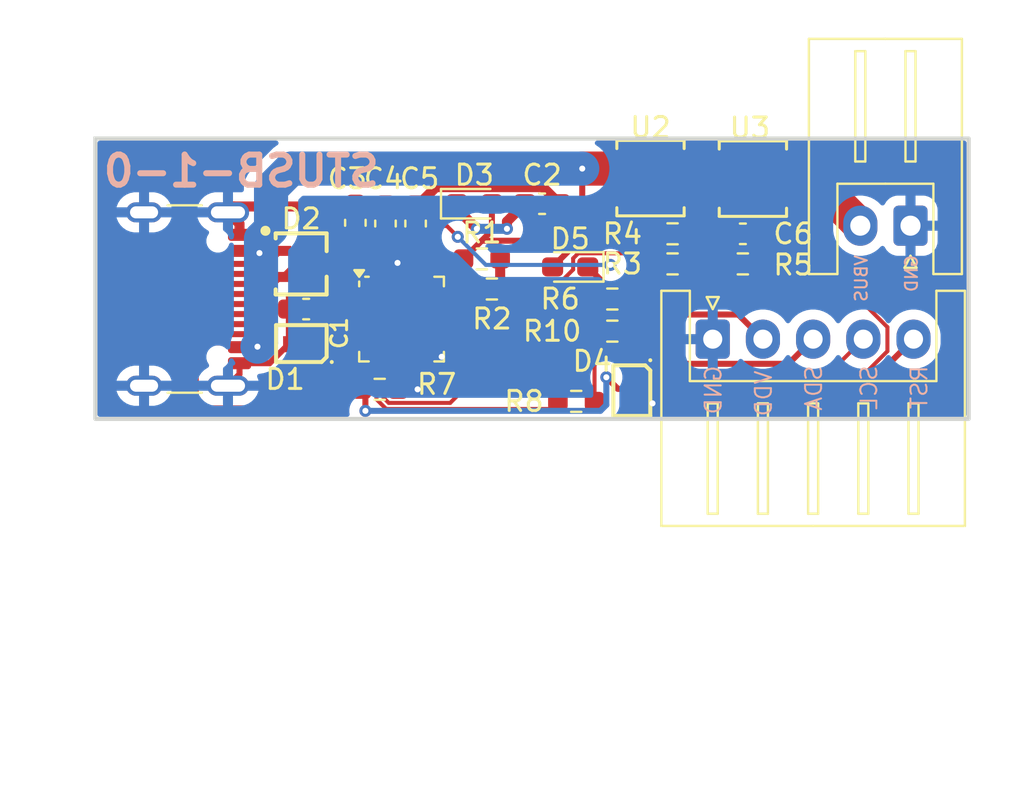
<source format=kicad_pcb>
(kicad_pcb
	(version 20241229)
	(generator "pcbnew")
	(generator_version "9.0")
	(general
		(thickness 1.6)
		(legacy_teardrops no)
	)
	(paper "A4")
	(layers
		(0 "F.Cu" signal)
		(2 "B.Cu" signal)
		(9 "F.Adhes" user "F.Adhesive")
		(11 "B.Adhes" user "B.Adhesive")
		(13 "F.Paste" user)
		(15 "B.Paste" user)
		(5 "F.SilkS" user "F.Silkscreen")
		(7 "B.SilkS" user "B.Silkscreen")
		(1 "F.Mask" user)
		(3 "B.Mask" user)
		(17 "Dwgs.User" user "User.Drawings")
		(19 "Cmts.User" user "User.Comments")
		(21 "Eco1.User" user "User.Eco1")
		(23 "Eco2.User" user "User.Eco2")
		(25 "Edge.Cuts" user)
		(27 "Margin" user)
		(31 "F.CrtYd" user "F.Courtyard")
		(29 "B.CrtYd" user "B.Courtyard")
		(35 "F.Fab" user)
		(33 "B.Fab" user)
		(39 "User.1" user)
		(41 "User.2" user)
		(43 "User.3" user)
		(45 "User.4" user)
	)
	(setup
		(stackup
			(layer "F.SilkS"
				(type "Top Silk Screen")
			)
			(layer "F.Paste"
				(type "Top Solder Paste")
			)
			(layer "F.Mask"
				(type "Top Solder Mask")
				(thickness 0.01)
			)
			(layer "F.Cu"
				(type "copper")
				(thickness 0.035)
			)
			(layer "dielectric 1"
				(type "core")
				(thickness 1.51)
				(material "FR4")
				(epsilon_r 4.5)
				(loss_tangent 0.02)
			)
			(layer "B.Cu"
				(type "copper")
				(thickness 0.035)
			)
			(layer "B.Mask"
				(type "Bottom Solder Mask")
				(thickness 0.01)
			)
			(layer "B.Paste"
				(type "Bottom Solder Paste")
			)
			(layer "B.SilkS"
				(type "Bottom Silk Screen")
			)
			(copper_finish "None")
			(dielectric_constraints no)
		)
		(pad_to_mask_clearance 0)
		(allow_soldermask_bridges_in_footprints no)
		(tenting front back)
		(pcbplotparams
			(layerselection 0x00000000_00000000_55555555_5755f5ff)
			(plot_on_all_layers_selection 0x00000000_00000000_00000000_00000000)
			(disableapertmacros no)
			(usegerberextensions no)
			(usegerberattributes yes)
			(usegerberadvancedattributes yes)
			(creategerberjobfile yes)
			(dashed_line_dash_ratio 12.000000)
			(dashed_line_gap_ratio 3.000000)
			(svgprecision 4)
			(plotframeref no)
			(mode 1)
			(useauxorigin no)
			(hpglpennumber 1)
			(hpglpenspeed 20)
			(hpglpendiameter 15.000000)
			(pdf_front_fp_property_popups yes)
			(pdf_back_fp_property_popups yes)
			(pdf_metadata yes)
			(pdf_single_document no)
			(dxfpolygonmode yes)
			(dxfimperialunits yes)
			(dxfusepcbnewfont yes)
			(psnegative no)
			(psa4output no)
			(plot_black_and_white yes)
			(sketchpadsonfab no)
			(plotpadnumbers no)
			(hidednponfab no)
			(sketchdnponfab yes)
			(crossoutdnponfab yes)
			(subtractmaskfromsilk no)
			(outputformat 1)
			(mirror no)
			(drillshape 0)
			(scaleselection 1)
			(outputdirectory "")
		)
	)
	(net 0 "")
	(net 1 "GND")
	(net 2 "Net-(D3-K)")
	(net 3 "Net-(U1-VREG_2V7)")
	(net 4 "Net-(U1-VREG_1V2)")
	(net 5 "Net-(D4-K)")
	(net 6 "Net-(C6-Pad1)")
	(net 7 "Net-(R1-Pad2)")
	(net 8 "Net-(U2-G)")
	(net 9 "unconnected-(U1-POWER_OK3-Pad14)")
	(net 10 "unconnected-(U1-GPIO-Pad15)")
	(net 11 "unconnected-(U1-A_B_SIDE-Pad17)")
	(net 12 "unconnected-(U1-POWER_OK2-Pad20)")
	(net 13 "unconnected-(U1-NC-Pad3)")
	(net 14 "unconnected-(U1-ATTACH-Pad11)")
	(net 15 "/VBUS_EN_SNK")
	(net 16 "/DISCH")
	(net 17 "/VDD")
	(net 18 "/VBUS_VS_DISCH")
	(net 19 "/RESET")
	(net 20 "/CC2")
	(net 21 "/CC1")
	(net 22 "/SCL")
	(net 23 "/SDA")
	(net 24 "Net-(U2-S)")
	(net 25 "Net-(U1-SCL)")
	(net 26 "Net-(U1-SDA)")
	(net 27 "/Vbus")
	(net 28 "unconnected-(U1-ALERT-Pad19)")
	(footprint "Diode_SMD:D_0603_1608Metric_Pad1.05x0.95mm_HandSolder" (layer "F.Cu") (at 338.4 118.4 180))
	(footprint "ST_1610:ST_1610" (layer "F.Cu") (at 341.5 124.575 -90))
	(footprint "Capacitor_SMD:C_0603_1608Metric_Pad1.08x0.95mm_HandSolder" (layer "F.Cu") (at 325.25 120.5 180))
	(footprint "Capacitor_SMD:C_0603_1608Metric_Pad1.08x0.95mm_HandSolder" (layer "F.Cu") (at 327.7 116.2 90))
	(footprint "STL6P3LLH6:POWERFLAT_3P3X3P3_STM2" (layer "F.Cu") (at 342.3998 113.974999 180))
	(footprint "Resistor_SMD:R_0603_1608Metric_Pad0.98x0.95mm_HandSolder" (layer "F.Cu") (at 347 118.25 180))
	(footprint "Resistor_SMD:R_0603_1608Metric_Pad0.98x0.95mm_HandSolder" (layer "F.Cu") (at 343.5 116.75))
	(footprint "Capacitor_SMD:C_0603_1608Metric_Pad1.08x0.95mm_HandSolder" (layer "F.Cu") (at 347 116.75))
	(footprint "Capacitor_SMD:C_0603_1608Metric_Pad1.08x0.95mm_HandSolder" (layer "F.Cu") (at 337 115.25))
	(footprint "Package_DFN_QFN:QFN-24-1EP_4x4mm_P0.5mm_EP2.7x2.7mm" (layer "F.Cu") (at 330 121))
	(footprint "Resistor_SMD:R_0603_1608Metric_Pad0.98x0.95mm_HandSolder" (layer "F.Cu") (at 328.9125 124.5 180))
	(footprint "STL6P3LLH6:POWERFLAT_3P3X3P3_STM2" (layer "F.Cu") (at 347.5 114))
	(footprint "Resistor_SMD:R_0603_1608Metric_Pad0.98x0.95mm_HandSolder" (layer "F.Cu") (at 338.7 125.1 180))
	(footprint "Resistor_SMD:R_0603_1608Metric_Pad0.98x0.95mm_HandSolder" (layer "F.Cu") (at 343.5 118.25 180))
	(footprint "Resistor_SMD:R_0603_1608Metric_Pad0.98x0.95mm_HandSolder" (layer "F.Cu") (at 334.5 119.5 180))
	(footprint "ST_1610:ST_1610" (layer "F.Cu") (at 325 122.25 180))
	(footprint "Connector_USB:USB_C_Receptacle_GCT_USB4105-xx-A_16P_TopMnt_Horizontal" (layer "F.Cu") (at 318.25 120 -90))
	(footprint "Resistor_SMD:R_0603_1608Metric_Pad0.98x0.95mm_HandSolder" (layer "F.Cu") (at 340.5 121.6))
	(footprint "Connector_JST:JST_XH_S5B-XH-A_1x05_P2.50mm_Horizontal" (layer "F.Cu") (at 345.5 122))
	(footprint "Resistor_SMD:R_0603_1608Metric_Pad0.98x0.95mm_HandSolder" (layer "F.Cu") (at 334 118))
	(footprint "ST_SOT323-3L:ST_SOT323-3L" (layer "F.Cu") (at 325 118.25))
	(footprint "Resistor_SMD:R_0603_1608Metric_Pad0.98x0.95mm_HandSolder" (layer "F.Cu") (at 340.5 120))
	(footprint "Connector_JST:JST_XH_S2B-XH-A_1x02_P2.50mm_Horizontal" (layer "F.Cu") (at 355.35 116.345 180))
	(footprint "Diode_SMD:D_0603_1608Metric_Pad1.05x0.95mm_HandSolder" (layer "F.Cu") (at 333.625 115.25))
	(footprint "Capacitor_SMD:C_0603_1608Metric_Pad1.08x0.95mm_HandSolder" (layer "F.Cu") (at 330.7 116.2375 90))
	(footprint "Capacitor_SMD:C_0603_1608Metric_Pad1.08x0.95mm_HandSolder" (layer "F.Cu") (at 329.2 116.2375 90))
	(gr_poly
		(pts
			(xy 346.4 112.8) (xy 346.4 114.6) (xy 344.9 114.6) (xy 344.9 115.3) (xy 343.6 115.3) (xy 343.6 113.4)
			(xy 345.3 113.4) (xy 345.3 112.8)
		)
		(stroke
			(width 0.1)
			(type solid)
		)
		(fill yes)
		(layer "F.Cu")
		(net 24)
		(uuid "c5e0c21d-2bef-4306-8dba-847c4292c7fb")
	)
	(gr_rect
		(start 314.75 112)
		(end 358.25 125.975)
		(stroke
			(width 0.2)
			(type solid)
		)
		(fill no)
		(layer "Edge.Cuts")
		(uuid "1c010d65-2050-40aa-a654-7f75ef16f24c")
	)
	(gr_text "RST"
		(at 356.25 123.25 90)
		(layer "B.SilkS")
		(uuid "11e1dbb8-200d-42c0-b107-f7bed7a4cdca")
		(effects
			(font
				(size 0.8 0.8)
				(thickness 0.1)
			)
			(justify left bottom mirror)
		)
	)
	(gr_text "STUSB-1-0"
		(at 315 114.5 0)
		(layer "B.SilkS")
		(uuid "27bf8cd9-d647-4fdc-9def-f4a22d5938b4")
		(effects
			(font
				(size 1.5 1.5)
				(thickness 0.3)
				(bold yes)
			)
			(justify right bottom mirror)
		)
	)
	(gr_text "VBUS"
		(at 353.25 117.75 90)
		(layer "B.SilkS")
		(uuid "3a58b480-563a-4d8f-96eb-0c23bc9df565")
		(effects
			(font
				(size 0.6 0.6)
				(thickness 0.1)
			)
			(justify left bottom mirror)
		)
	)
	(gr_text "VDD"
		(at 348.5 123.5 90)
		(layer "B.SilkS")
		(uuid "5539a945-653d-4968-851a-ac84e0f4e94a")
		(effects
			(font
				(size 0.8 0.8)
				(thickness 0.1)
			)
			(justify left bottom mirror)
		)
	)
	(gr_text "GND"
		(at 346 123.25 90)
		(layer "B.SilkS")
		(uuid "7cae0427-9b0f-4e9a-8a7f-9827c85d6c78")
		(effects
			(font
				(size 0.8 0.8)
				(thickness 0.1)
			)
			(justify left bottom mirror)
		)
	)
	(gr_text "GND"
		(at 355.75 117.75 90)
		(layer "B.SilkS")
		(uuid "90113893-5373-4ab4-bae5-3efeeea359ad")
		(effects
			(font
				(size 0.6 0.6)
				(thickness 0.1)
			)
			(justify left bottom mirror)
		)
	)
	(gr_text "SDA"
		(at 351 123.25 90)
		(layer "B.SilkS")
		(uuid "9d8a53ba-b131-408f-b796-a3e3986d4714")
		(effects
			(font
				(size 0.8 0.8)
				(thickness 0.1)
			)
			(justify left bottom mirror)
		)
	)
	(gr_text "SCL"
		(at 353.75 123.25 90)
		(layer "B.SilkS")
		(uuid "cf8bc555-002f-4c5c-92ae-d3abb62f0eb7")
		(effects
			(font
				(size 0.8 0.8)
				(thickness 0.1)
			)
			(justify left bottom mirror)
		)
	)
	(segment
		(start 321.6475 115.3875)
		(end 321.355 115.68)
		(width 0.5)
		(layer "F.Cu")
		(net 1)
		(uuid "17c345d4-9ae7-489f-ab01-cdda46514efd")
	)
	(segment
		(start 329.25 115.3875)
		(end 327.75 115.3875)
		(width 0.5)
		(layer "F.Cu")
		(net 1)
		(uuid "26532cd5-31ac-4c12-a553-600014e0a29f")
	)
	(segment
		(start 330 121)
		(end 330.124 121)
		(width 0.5)
		(layer "F.Cu")
		(net 1)
		(uuid "3eaed2e6-df4a-4db9-9f9c-fca92a8f6f22")
	)
	(segment
		(start 331.437 122.7755)
		(end 331.25 122.9625)
		(width 0.2)
		(layer "F.Cu")
		(net 1)
		(uuid "4d4465c7-5619-4d7a-838a-6c0cf3d359cd")
	)
	(segment
		(start 323.425 123.2)
		(end 324.375 122.25)
		(width 0.3)
		(layer "F.Cu")
		(net 1)
		(uuid "4ebaa94a-16a3-4e90-a5ff-69de8b28b0aa")
	)
	(segment
		(start 331.437 122.313)
		(end 331.437 122.7755)
		(width 0.2)
		(layer "F.Cu")
		(net 1)
		(uuid "4f3f5382-5fef-4a7e-ba03-7efce8a1a14f")
	)
	(segment
		(start 329.75 118.25)
		(end 329.8 118.2)
		(width 0.3)
		(layer "F.Cu")
		(net 1)
		(uuid "55e60e21-e20b-473b-b05f-c996b8388e43")
	)
	(segment
		(start 331.437 122.313)
		(end 332 122.876)
		(width 0.5)
		(layer "F.Cu")
		(net 1)
		(uuid "57ee44a5-d209-4f10-bdb2-426dad41ce94")
	)
	(segment
		(start 329.75 119.0375)
		(end 329.75 118.25)
		(width 0.3)
		(layer "F.Cu")
		(net 1)
		(uuid "5b05d245-f039-447f-8111-83f8eb99a9ef")
	)
	(segment
		(start 331.437 122.313)
		(end 331.5 122.25)
		(width 0.2)
		(layer "F.Cu")
		(net 1)
		(uuid "5e8b66ca-b9b5-4575-b049-c722e35ca139")
	)
	(segment
		(start 321.93 123.2)
		(end 323.425 123.2)
		(width 0.3)
		(layer "F.Cu")
		(net 1)
		(uuid "666e3fa5-89e1-46b4-914e-a21ab1b536ac")
	)
	(segment
		(start 330.25 122.9625)
		(end 330.25 121.25)
		(width 0.2)
		(layer "F.Cu")
		(net 1)
		(uuid "6af00304-7f35-442a-81bb-a853055fb002")
	)
	(segment
		(start 330.75 115.3875)
		(end 329.25 115.3875)
		(width 0.5)
		(layer "F.Cu")
		(net 1)
		(uuid "73b53879-79c8-48f1-906c-60ae212403f1")
	)
	(segment
		(start 330.75 115.3875)
		(end 331.7151 114.4224)
		(width 0.5)
		(layer "F.Cu")
		(net 1)
		(uuid "84797304-645c-41c5-86d4-d291a7101aa9")
	)
	(segment
		(start 331.7151 114.4224)
		(end 337.0349 114.4224)
		(width 0.5)
		(layer "F.Cu")
		(net 1)
		(uuid "878f4c49-884c-4c33-a4cd-d1294044c92f")
	)
	(segment
		(start 324.3875 122.2375)
		(end 324.375 122.25)
		(width 0.3)
		(layer "F.Cu")
		(net 1)
		(uuid "897bff53-22f8-4206-9289-ba61051ffaa7")
	)
	(segment
		(start 330.124 121)
		(end 331.437 122.313)
		(width 0.5)
		(layer "F.Cu")
		(net 1)
		(uuid "8ce0aa1d-83f3-4258-b25c-29beb385ef25")
	)
	(segment
		(start 324.3875 120.5)
		(end 324.3875 119.8375)
		(width 0.3)
		(layer "F.Cu")
		(net 1)
		(uuid "9d59e917-637f-477d-bbdd-98b0dd29e268")
	)
	(segment
		(start 324.3875 119.8375)
		(end 325.975 118.25)
		(width 0.3)
		(layer "F.Cu")
		(net 1)
		(uuid "aadc1ba1-06e9-447b-8444-705338945883")
	)
	(segment
		(start 337.0349 114.4224)
		(end 337.8625 115.25)
		(width 0.5)
		(layer "F.Cu")
		(net 1)
		(uuid "aba8d7fe-9406-4971-abb0-a76686fbe770")
	)
	(segment
		(start 321.93 123.745)
		(end 321.355 124.32)
		(width 0.3)
		(layer "F.Cu")
		(net 1)
		(uuid "b6814411-b7b3-4121-9a51-9fe333afcee3")
	)
	(segment
		(start 321.93 116.255)
		(end 321.355 115.68)
		(width 0.5)
		(layer "F.Cu")
		(net 1)
		(uuid "b71d4eba-b679-4c6d-bca4-2763a009ede8")
	)
	(segment
		(start 327.75 115.3875)
		(end 321.6475 115.3875)
		(width 0.5)
		(layer "F.Cu")
		(net 1)
		(uuid "bf88b57c-9465-42c2-b62c-b899178f5bf0")
	)
	(segment
		(start 321.93 116.8)
		(end 321.93 116.255)
		(width 0.5)
		(layer "F.Cu")
		(net 1)
		(uuid "c0b49c24-08ca-49f1-a745-e16391ea24b7")
	)
	(segment
		(start 341.5 125.2)
		(end 342.5 125.2)
		(width 0.2)
		(layer "F.Cu")
		(net 1)
		(uuid "c6ff694f-af63-4861-b9a6-f979120e4409")
	)
	(segment
		(start 330.25 121.25)
		(end 330 121)
		(width 0.2)
		(layer "F.Cu")
		(net 1)
		(uuid "d4a42de2-49a7-45c2-8694-624eaa22aa85")
	)
	(segment
		(start 329.8 124.5)
		(end 330.8 124.5)
		(width 0.2)
		(layer "F.Cu")
		(net 1)
		(uuid "df5d2a48-ac6c-49bd-9eaa-914dfb687ac7")
	)
	(segment
		(start 324.3875 120.5)
		(end 324.3875 122.2375)
		(width 0.3)
		(layer "F.Cu")
		(net 1)
		(uuid "f4d725ef-a1f1-4774-b08e-ec26a12b4091")
	)
	(segment
		(start 331.5 122.25)
		(end 331.9625 122.25)
		(width 0.2)
		(layer "F.Cu")
		(net 1)
		(uuid "f75863e4-f7e2-4ed3-b592-1cd161552f50")
	)
	(segment
		(start 321.93 123.2)
		(end 321.93 123.745)
		(width 0.3)
		(layer "F.Cu")
		(net 1)
		(uuid "ffeeb4e7-1a3b-4f3a-af50-468f79f7669e")
	)
	(via
		(at 329.8 118.2)
		(size 0.6)
		(drill 0.3)
		(layers "F.Cu" "B.Cu")
		(net 1)
		(uuid "241d6c3d-1ae3-4f11-89be-09af035c364e")
	)
	(via
		(at 332 122.876)
		(size 1)
		(drill 0.3)
		(layers "F.Cu" "B.Cu")
		(net 1)
		(uuid "9b318cce-1069-4fbc-b3f1-d51401ca2327")
	)
	(via
		(at 342.5 125.2)
		(size 0.6)
		(drill 0.3)
		(layers "F.Cu" "B.Cu")
		(net 1)
		(uuid "b2cb8db3-219f-44e0-b3fb-7af781ff8050")
	)
	(via
		(at 330.8 124.5)
		(size 0.6)
		(drill 0.3)
		(layers "F.Cu" "B.Cu")
		(net 1)
		(uuid "e4cdfc5b-cb05-4094-8cc8-fcbca30ba556")
	)
	(segment
		(start 332.75 115.25)
		(end 332.75 115.5)
		(width 0.5)
		(layer "F.Cu")
		(net 2)
		(uuid "29cf214f-7149-443d-a4a8-7247775dc85f")
	)
	(segment
		(start 335.25 116.5)
		(end 335.25 116.1375)
		(width 0.5)
		(layer "F.Cu")
		(net 2)
		(uuid "71d0f508-43f9-4eb2-b178-d0d2048fc365")
	)
	(segment
		(start 332.75 115.5)
		(end 333.75 116.5)
		(width 0.5)
		(layer "F.Cu")
		(net 2)
		(uuid "9e78d2ae-a079-4fd2-81e5-a0566f0597a4")
	)
	(segment
		(start 335.25 116.1375)
		(end 336.1375 115.25)
		(width 0.5)
		(layer "F.Cu")
		(net 2)
		(uuid "b2d959d6-e82b-4f42-894e-e71cb66a7b77")
	)
	(via
		(at 333.75 116.5)
		(size 0.6)
		(drill 0.3)
		(layers "F.Cu" "B.Cu")
		(net 2)
		(uuid "3ba7c258-04ba-4994-957a-b2193f7805b9")
	)
	(via
		(at 335.25 116.5)
		(size 0.6)
		(drill 0.3)
		(layers "F.Cu" "B.Cu")
		(net 2)
		(uuid "8116a4c7-05ee-47f7-850c-a21a43c1a238")
	)
	(segment
		(start 333.75 116.5)
		(end 335.25 116.5)
		(width 0.5)
		(layer "B.Cu")
		(net 2)
		(uuid "74cba033-6383-4df4-8305-ca91ec7285b9")
	)
	(segment
		(start 329.25 118.74836)
		(end 329.25 119.0375)
		(width 0.2)
		(layer "F.Cu")
		(net 3)
		(uuid "09a4910d-771d-4110-926d-bbaed9f09213")
	)
	(segment
		(start 328.75 117.6125)
		(end 328.75 118.24836)
		(width 0.2)
		(layer "F.Cu")
		(net 3)
		(uuid "1b47e1dc-bb0f-424f-836c-5f863dd61a82")
	)
	(segment
		(start 329.25 117.1125)
		(end 328.75 117.6125)
		(width 0.2)
		(layer "F.Cu")
		(net 3)
		(uuid "a46a4af0-0637-4075-947c-99623ce8705f")
	)
	(segment
		(start 328.75 118.24836)
		(end 329.25 118.74836)
		(width 0.2)
		(layer "F.Cu")
		(net 3)
		(uuid "e839eb97-560e-4d74-a19d-e659de7ceb76")
	)
	(segment
		(start 330.5 118.49836)
		(end 330.5 117.3625)
		(width 0.2)
		(layer "F.Cu")
		(net 4)
		(uuid "625fa969-fdf5-450c-a69c-a7e5b6a72bab")
	)
	(segment
		(start 330.25 119.0375)
		(end 330.25 118.74836)
		(width 0.2)
		(layer "F.Cu")
		(net 4)
		(uuid "accab8d5-8ab7-4dc2-8837-e63ba3cdcff1")
	)
	(segment
		(start 330.5 117.3625)
		(end 330.75 117.1125)
		(width 0.2)
		(layer "F.Cu")
		(net 4)
		(uuid "cd3d61ef-c56c-4972-ab96-98de5e2a7868")
	)
	(segment
		(start 330.25 118.74836)
		(end 330.5 118.49836)
		(width 0.2)
		(layer "F.Cu")
		(net 4)
		(uuid "ff661224-2af3-432a-9c4e-ce5533239098")
	)
	(segment
		(start 341.5 123.95)
		(end 352.85 123.95)
		(width 0.2)
		(layer "F.Cu")
		(net 5)
		(uuid "0154aa13-9dca-4506-a322-62e902ea3245")
	)
	(segment
		(start 354.2 121.4)
		(end 352.8 120)
		(width 0.2)
		(layer "F.Cu")
		(net 5)
		(uuid "01964ab9-53ea-42a9-b004-6a98a035183b")
	)
	(segment
		(start 347.8625 116.75)
		(end 349 117.8875)
		(width 0.2)
		(layer "F.Cu")
		(net 5)
		(uuid "2a089640-7997-4287-8466-50ba15f177d5")
	)
	(segment
		(start 354.2 122.6)
		(end 354.2 121.4)
		(width 0.2)
		(layer "F.Cu")
		(net 5)
		(uuid "2db335a4-dd1d-47c8-a4c2-f843bb6803c2")
	)
	(segment
		(start 347.8625 114.082)
		(end 347.9445 114)
		(width 0.2)
		(layer "F.Cu")
		(net 5)
		(uuid "3db653f9-20fc-4fad-b55d-ffc7fea2efdb")
	)
	(segment
		(start 349 117.8875)
		(end 349 120)
		(width 0.2)
		(layer "F.Cu")
		(net 5)
		(uuid "65aab9f6-67b7-4101-b60c-18b74e8e0dbe")
	)
	(segment
		(start 347.9445 114)
		(end 350.505 114)
		(width 1.7)
		(layer "F.Cu")
		(net 5)
		(uuid "7691acd0-49a3-4fdf-aa8b-e0f181c73b6e")
	)
	(segment
		(start 350.505 114)
		(end 352.85 116.345)
		(width 1.7)
		(layer "F.Cu")
		(net 5)
		(uuid "7b856ece-f672-4d27-9ecd-068135b21aaa")
	)
	(segment
		(start 352.85 123.95)
		(end 354.2 122.6)
		(width 0.2)
		(layer "F.Cu")
		(net 5)
		(uuid "9b7a24ae-be71-46fc-8c84-6113306c7be5")
	)
	(segment
		(start 347.8625 116.75)
		(end 347.8625 114.082)
		(width 0.2)
		(layer "F.Cu")
		(net 5)
		(uuid "bf4de6f6-df62-441d-bac8-42156e734e0a")
	)
	(segment
		(start 341.4125 120)
		(end 349 120)
		(width 0.3)
		(layer "F.Cu")
		(net 5)
		(uuid "e15e3054-7763-4482-9c22-925ad39d9f1f")
	)
	(segment
		(start 352.8 120)
		(end 349 120)
		(width 0.2)
		(layer "F.Cu")
		(net 5)
		(uuid "eb7f2f0e-7bf0-4871-9fac-a1352e2b8f8b")
	)
	(segment
		(start 347.9125 118.25)
		(end 347.6375 118.25)
		(width 0.5)
		(layer "F.Cu")
		(net 6)
		(uuid "24966df1-93a1-4267-87ee-6c78fb97d2d9")
	)
	(segment
		(start 347.6375 118.25)
		(end 346.1375 116.75)
		(width 0.5)
		(layer "F.Cu")
		(net 6)
		(uuid "7e58b4b8-36c4-43a0-9931-b49b2ddd373c")
	)
	(segment
		(start 334.9125 119)
		(end 335.4125 119.5)
		(width 0.5)
		(layer "F.Cu")
		(net 7)
		(uuid "392df3c8-6cea-4e58-9f24-c5fe298d07d0")
	)
	(segment
		(start 334.9125 118)
		(end 334.9125 119)
		(width 0.5)
		(layer "F.Cu")
		(net 7)
		(uuid "447bbe04-aebd-456a-a3fa-aba418155353")
	)
	(segment
		(start 343.2902 113.232298)
		(end 343.522498 113)
		(width 0.3)
		(layer "F.Cu")
		(net 8)
		(uuid "086238c5-f82d-4a4b-ac14-63a42ced3a7b")
	)
	(segment
		(start 343.2902 116.0473)
		(end 343.2902 113.232298)
		(width 0.3)
		(layer "F.Cu")
		(net 8)
		(uuid "20daa19d-6561-49be-b6f8-133b7ea245b7")
	)
	(segment
		(start 342.5875 116.75)
		(end 343.2902 116.0473)
		(width 0.3)
		(layer "F.Cu")
		(net 8)
		(uuid "3e4e8793-d2c3-4a1a-a8a4-c3372f0f8afa")
	)
	(segment
		(start 343.522498 113)
		(end 344 113)
		(width 0.3)
		(layer "F.Cu")
		(net 8)
		(uuid "3eef1e6a-c0e3-4122-95f4-c2bb11261fe2")
	)
	(segment
		(start 346.0875 118.25)
		(end 345.25 118.25)
		(width 0.5)
		(layer "F.Cu")
		(net 8)
		(uuid "6579777e-51f8-4ba5-9f6d-b1b00beccd65")
	)
	(segment
		(start 345.25 115.624799)
		(end 345.25 118.25)
		(width 0.3)
		(layer "F.Cu")
		(net 8)
		(uuid "8c97bb1f-a197-4f44-929c-346185ceb1b2")
	)
	(segment
		(start 344.4125 118.25)
		(end 344.0875 118.25)
		(width 0.5)
		(layer "F.Cu")
		(net 8)
		(uuid "9e3963c3-cba9-4bd7-b309-0c99973129c7")
	)
	(segment
		(start 345.25 118.25)
		(end 344.4125 118.25)
		(width 0.5)
		(layer "F.Cu")
		(net 8)
		(uuid "eea99419-83c9-4b52-8866-09052a645955")
	)
	(segment
		(start 345.8998 114.974999)
		(end 345.25 115.624799)
		(width 0.3)
		(layer "F.Cu")
		(net 8)
		(uuid "f522d672-1f60-4a5d-8727-1019ffca0fa3")
	)
	(segment
		(start 344.0875 118.25)
		(end 342.5875 116.75)
		(width 0.5)
		(layer "F.Cu")
		(net 8)
		(uuid "fffa0565-182f-4a6e-b3cf-875cba0c2d27")
	)
	(segment
		(start 332.6974 121.072401)
		(end 332.6974 122.726376)
		(width 0.2)
		(layer "F.Cu")
		(net 15)
		(uuid "06ead4ae-3938-4b2f-bbcb-a9e2b08ba958")
	)
	(segment
		(start 332.374999 120.75)
		(end 332.6974 121.072401)
		(width 0.2)
		(layer "F.Cu")
		(net 15)
		(uuid "1ac879a4-fbf8-407e-ad1c-e98ae8550049")
	)
	(segment
		(start 335.471098 120.4984)
		(end 336.580576 120.4984)
		(width 0.2)
		(layer "F.Cu")
		(net 15)
		(uuid "1c06c882-5b79-45db-b1cb-4ef240eb3e6a")
	)
	(segment
		(start 334.2208 122.583176)
		(end 334.2208 121.748698)
		(width 0.2)
		(layer "F.Cu")
		(net 15)
		(uuid "6e3cf3f2-69da-449c-a398-249e52488cf4")
	)
	(segment
		(start 338.5474 118.531576)
		(end 338.5474 117.973624)
		(width 0.2)
		(layer "F.Cu")
		(net 15)
		(uuid "7edab5f2-7323-4382-9a67-62b76d6083c9")
	)
	(segment
		(start 338.798624 117.7224)
		(end 342.0599 117.7224)
		(width 0.2)
		(layer "F.Cu")
		(net 15)
		(uuid "83c139f0-e4bd-480f-ac27-accce40f1e85")
	)
	(segment
		(start 333.826376 122.9776)
		(end 334.2208 122.583176)
		(width 0.2)
		(layer "F.Cu")
		(net 15)
		(uuid "ab6845b3-6f75-4a5f-9071-41af442452ae")
	)
	(segment
		(start 332.6974 122.726376)
		(end 332.948624 122.9776)
		(width 0.2)
		(layer "F.Cu")
		(net 15)
		(uuid "abf133c8-8a52-4716-90f2-77ec06f1ae72")
	)
	(segment
		(start 342.0599 117.7224)
		(end 342.5875 118.25)
		(width 0.2)
		(layer "F.Cu")
		(net 15)
		(uuid "bd4de027-d350-4a9d-a509-473a66e9de6c")
	)
	(segment
		(start 334.2208 121.748698)
		(end 335.471098 120.4984)
		(width 0.2)
		(layer "F.Cu")
		(net 15)
		(uuid "cae72813-bf1e-441b-9be1-26f6b05dda02")
	)
	(segment
		(start 332.948624 122.9776)
		(end 333.826376 122.9776)
		(width 0.2)
		(layer "F.Cu")
		(net 15)
		(uuid "d2ea5c57-57a6-4054-ab8b-92a17569813d")
	)
	(segment
		(start 331.9625 120.75)
		(end 332.374999 120.75)
		(width 0.2)
		(layer "F.Cu")
		(net 15)
		(uuid "d48aa717-705f-4e24-aa2c-644d0bd8ce89")
	)
	(segment
		(start 336.580576 120.4984)
		(end 338.5474 118.531576)
		(width 0.2)
		(layer "F.Cu")
		(net 15)
		(uuid "decaed79-d0e8-4e5e-873d-2f8b5dc2d9a8")
	)
	(segment
		(start 338.5474 117.973624)
		(end 338.798624 117.7224)
		(width 0.2)
		(layer "F.Cu")
		(net 15)
		(uuid "f07437ce-896e-4de7-b07a-6406f71265c8")
	)
	(segment
		(start 334.5224 121.873624)
		(end 335.596024 120.8)
		(width 0.2)
		(layer "F.Cu")
		(net 16)
		(uuid "1933e41a-f627-4e8b-9732-6d9dd14249ff")
	)
	(segment
		(start 334.5224 122.726376)
		(end 334.5224 121.873624)
		(width 0.2)
		(layer "F.Cu")
		(net 16)
		(uuid "23068d5b-8272-4e62-a084-a02f1d216be4")
	)
	(segment
		(start 338.7875 120.8)
		(end 339.5875 120)
		(width 0.2)
		(layer "F.Cu")
		(net 16)
		(uuid "3035c9cd-d092-4198-9a2e-fa33ab1022c1")
	)
	(segment
		(start 329.995076 123.5786)
		(end 333.670176 123.5786)
		(width 0.2)
		(layer "F.Cu")
		(net 16)
		(uuid "3bac4bfb-7691-433b-8d06-0c390df0daae")
	)
	(segment
		(start 335.596024 120.8)
		(end 338.7875 120.8)
		(width 0.2)
		(layer "F.Cu")
		(net 16)
		(uuid "6f721059-d9d1-454d-b0c9-a9ce7b86429f")
	)
	(segment
		(start 333.670176 123.5786)
		(end 334.5224 122.726376)
		(width 0.2)
		(layer "F.Cu")
		(net 16)
		(uuid "7adc1cbe-2d89-4929-86e4-2cf950b4a813")
	)
	(segment
		(start 329.75 122.9625)
		(end 329.75 123.333524)
		(width 0.2)
		(layer "F.Cu")
		(net 16)
		(uuid "b7ddc38e-82a6-49e0-8202-a9f0fc448fb3")
	)
	(segment
		(start 329.75 123.333524)
		(end 329.995076 123.5786)
		(width 0.2)
		(layer "F.Cu")
		(net 16)
		(uuid "f84c9c0e-b4e0-40ac-a856-d1b1a3129f58")
	)
	(segment
		(start 339.375 118.3)
		(end 339.275 118.4)
		(width 0.2)
		(layer "F.Cu")
		(net 17)
		(uuid "038510ce-ff08-4b37-a518-b3d5ddbf79c7")
	)
	(segment
		(start 346.7724 120.7724)
		(end 348 122)
		(width 0.3)
		(layer "F.Cu")
		(net 17)
		(uuid "04a5482e-3222-4aaf-a1aa-dcd5a3fb36a5")
	)
	(segment
		(start 339.275 118.4)
		(end 340.6724 119.7974)
		(width 0.3)
		(layer "F.Cu")
		(net 17)
		(uuid "24a6a97b-a73d-4742-88b6-8e461805afff")
	)
	(segment
		(start 327.7 117.0625)
		(end 328.4026 116.3599)
		(width 0.2)
		(layer "F.Cu")
		(net 17)
		(uuid "28a8fa36-7304-4593-a1de-9ae2747454a4")
	)
	(segment
		(start 340.6724 119.7974)
		(end 340.6724 120.447086)
		(width 0.3)
		(layer "F.Cu")
		(net 17)
		(uuid "2a6e6f5f-7375-4135-9c0c-fdd66a9df8e7")
	)
	(segment
		(start 332.2599 116.3599)
		(end 332.8 116.9)
		(width 0.2)
		(layer "F.Cu")
		(net 17)
		(uuid "3da51fcc-3314-458f-8020-2916a1d49d63")
	)
	(segment
		(start 328.75 119.0375)
		(end 328.5375 119.0375)
		(width 0.2)
		(layer "F.Cu")
		(net 17)
		(uuid "470a4cc8-edf7-46a5-a499-aefa5b40467f")
	)
	(segment
		(start 327.7 118.2)
		(end 327.7 117.0625)
		(width 0.2)
		(layer "F.Cu")
		(net 17)
		(uuid "8c290284-e20b-44cb-bfba-f3d878461264")
	)
	(segment
		(start 340.6724 120.447086)
		(end 340.997714 120.7724)
		(width 0.3)
		(layer "F.Cu")
		(net 17)
		(uuid "9b72d600-21ed-44ce-96e8-f045750a5c7a")
	)
	(segment
		(start 340.997714 120.7724)
		(end 346.7724 120.7724)
		(width 0.3)
		(layer "F.Cu")
		(net 17)
		(uuid "c65d65f3-690c-4a67-8d9b-3f3932a5ee8d")
	)
	(segment
		(start 340.4 118.3)
		(end 339.375 118.3)
		(width 0.2)
		(layer "F.Cu")
		(net 17)
		(uuid "e1a10202-5ba2-4d08-83f8-4490d07f39d1")
	)
	(segment
		(start 328.4026 116.3599)
		(end 332.2599 116.3599)
		(width 0.2)
		(layer "F.Cu")
		(net 17)
		(uuid "e1ec878f-5d4a-4e53-8858-0da9c5b205db")
	)
	(segment
		(start 328.5375 119.0375)
		(end 327.7 118.2)
		(width 0.2)
		(layer "F.Cu")
		(net 17)
		(uuid "ee3d5238-4e0c-4fa5-93de-0725425271b2")
	)
	(via
		(at 340.4 118.3)
		(size 0.6)
		(drill 0.3)
		(layers "F.Cu" "B.Cu")
		(net 17)
		(uuid "7edcd5e1-ad50-487a-8934-2dc588d897fb")
	)
	(via
		(at 332.8 116.9)
		(size 0.6)
		(drill 0.3)
		(layers "F.Cu" "B.Cu")
		(net 17)
		(uuid "8bb76642-98de-4027-bfcc-75066e0613b3")
	)
	(segment
		(start 334.2 118.3)
		(end 340.4 118.3)
		(width 0.2)
		(layer "B.Cu")
		(net 17)
		(uuid "40941a0b-65ba-44d2-a803-68ecff2717a7")
	)
	(segment
		(start 332.8 116.9)
		(end 334.2 118.3)
		(width 0.2)
		(layer "B.Cu")
		(net 17)
		(uuid "9f44b172-1f85-4b4e-a3d1-7c1e851db7aa")
	)
	(segment
		(start 333.3375 119.75)
		(end 333.5875 119.5)
		(width 0.3)
		(layer "F.Cu")
		(net 18)
		(uuid "68aff480-8bb2-478f-8799-2ee328278aed")
	)
	(segment
		(start 331.9625 119.75)
		(end 333.3375 119.75)
		(width 0.3)
		(layer "F.Cu")
		(net 18)
		(uuid "7a9702b8-07db-4b2d-b414-3f40c1904f98")
	)
	(segment
		(start 353.0224 124.4776)
		(end 340.7776 124.4776)
		(width 0.3)
		(layer "F.Cu")
		(net 19)
		(uuid "2b9fa0e6-a72d-4554-b50c-bf4ed800874e")
	)
	(segment
		(start 340.7776 124.4776)
		(end 340.2 123.9)
		(width 0.3)
		(layer "F.Cu")
		(net 19)
		(uuid "7685e0ed-bd0c-480c-b2f9-cb20f0eb9ba9")
	)
	(segment
		(start 328.2 124.7)
		(end 328 124.5)
		(width 0.3)
		(layer "F.Cu")
		(net 19)
		(uuid "8e8dae4b-e231-4f74-8dbd-cff62cfc6415")
	)
	(segment
		(start 328.2 125.5734)
		(end 328.2 124.7)
		(width 0.3)
		(layer "F.Cu")
		(net 19)
		(uuid "94c373d6-30d3-4aef-9420-fb321c1d2664")
	)
	(segment
		(start 353.0224 124.4776)
		(end 355.5 122)
		(width 0.3)
		(layer "F.Cu")
		(net 19)
		(uuid "d968fff0-8c1b-48f2-8ad2-1530a7fc8398")
	)
	(segment
		(start 328.0375 122.25)
		(end 328.0375 124.6375)
		(width 0.2)
		(layer "F.Cu")
		(net 19)
		(uuid "f24784b6-f097-4262-9e0a-83c77ada1b5f")
	)
	(via
		(at 340.2 123.9)
		(size 0.6)
		(drill 0.3)
		(layers "F.Cu" "B.Cu")
		(net 19)
		(uuid "0e8cc36c-3d4b-4f8e-abda-37f560abf2b5")
	)
	(via
		(at 328.2 125.5734)
		(size 0.6)
		(drill 0.3)
		(layers "F.Cu" "B.Cu")
		(net 19)
		(uuid "7739550f-e811-4ebb-81df-fe061b71e9d3")
	)
	(segment
		(start 339.9042 125.5734)
		(end 328.2 125.5734)
		(width 0.3)
		(layer "B.Cu")
		(net 19)
		(uuid "04d184ae-d646-47ff-b3a6-6592e78a2947")
	)
	(segment
		(start 340.2 123.9)
		(end 340.2 125.2776)
		(width 0.3)
		(layer "B.Cu")
		(net 19)
		(uuid "2669d075-cd8b-4841-a3eb-008aad6e3108")
	)
	(segment
		(start 340.2 125.2776)
		(end 339.9042 125.5734)
		(width 0.3)
		(layer "B.Cu")
		(net 19)
		(uuid "3e93158e-3380-4d75-9bf2-f9a73044b350")
	)
	(segment
		(start 325.1276 117.7974)
		(end 326.6526 117.7974)
		(width 0.2)
		(layer "F.Cu")
		(net 20)
		(uuid "196a43df-2d7f-451c-bc3d-e24e137cf23d")
	)
	(segment
		(start 321.93 121.75)
		(end 322.5 121.75)
		(width 0.2)
		(layer "F.Cu")
		(net 20)
		(uuid "30cc0659-c0f6-4ff6-88da-7b5b55a1d98d")
	)
	(segment
		(start 326.6526 117.7974)
		(end 327 118.1448)
		(width 0.2)
		(layer "F.Cu")
		(net 20)
		(uuid "36a06037-2221-434c-92ae-d3ffef8fc4d6")
	)
	(segment
		(start 324.025 118.9)
		(end 325.1276 117.7974)
		(width 0.2)
		(layer "F.Cu")
		(net 20)
		(uuid "6197c9f4-0928-4d7f-9b1a-3565038367f7")
	)
	(segment
		(start 327 121.25)
		(end 328.0375 121.25)
		(width 0.2)
		(layer "F.Cu")
		(net 20)
		(uuid "6a696647-8f2f-4ef0-8137-d5a2d936014d")
	)
	(segment
		(start 322.5 121.75)
		(end 323.6474 120.6026)
		(width 0.2)
		(layer "F.Cu")
		(net 20)
		(uuid "83071147-9f6a-4a22-8595-155943999f10")
	)
	(segment
		(start 328.0375 121.75)
		(end 328.0375 121.25)
		(width 0.2)
		(layer "F.Cu")
		(net 20)
		(uuid "9d2610b3-c466-4497-b09d-66f47389bf37")
	)
	(segment
		(start 323.6474 119.2776)
		(end 324.025 118.9)
		(width 0.2)
		(layer "F.Cu")
		(net 20)
		(uuid "bd8c9fd7-fe80-42a4-b24a-df971dd25c97")
	)
	(segment
		(start 323.6474 120.6026)
		(end 323.6474 119.2776)
		(width 0.2)
		(layer "F.Cu")
		(net 20)
		(uuid "cc31a22f-d57c-43e0-8b76-262243600144")
	)
	(segment
		(start 327 118.1448)
		(end 327 121.25)
		(width 0.2)
		(layer "F.Cu")
		(net 20)
		(uuid "f74e1129-cc3b-47a9-9be4-a8b11f8cbb72")
	)
	(segment
		(start 322.875 118.75)
		(end 324.025 117.6)
		(width 0.2)
		(layer "F.Cu")
		(net 21)
		(uuid "03b7ec76-04eb-4052-be20-f6b14950f321")
	)
	(segment
		(start 328.0375 119.75)
		(end 327.5 119.75)
		(width 0.2)
		(layer "F.Cu")
		(net 21)
		(uuid "099e4a8e-1525-464e-916c-960a06205629")
	)
	(segment
		(start 324.1302 117.4948)
		(end 324.025 117.6)
		(width 0.2)
		(layer "F.Cu")
		(net 21)
		(uuid "552c4dbd-4758-4a7a-a0c6-092d9e6a87e4")
	)
	(segment
		(start 327.3026 118.019458)
		(end 326.777942 117.4948)
		(width 0.2)
		(layer "F.Cu")
		(net 21)
		(uuid "58d05126-e394-44db-8013-e8fc1cc78646")
	)
	(segment
		(start 326.777942 117.4948)
		(end 324.1302 117.4948)
		(width 0.2)
		(layer "F.Cu")
		(net 21)
		(uuid "7155e63b-1b23-455c-bc41-f994ec78e3a4")
	)
	(segment
		(start 328.0375 120.25)
		(end 328.0375 119.75)
		(width 0.2)
		(layer "F.Cu")
		(net 21)
		(uuid "82221ba6-4679-467e-8d1f-02cef42257fe")
	)
	(segment
		(start 327.3026 119.5526)
		(end 327.3026 118.019458)
		(width 0.2)
		(layer "F.Cu")
		(net 21)
		(uuid "ae8a636d-4f7d-4a7f-8c95-0e1c8b9a6d41")
	)
	(segment
		(start 321.93 118.75)
		(end 322.875 118.75)
		(width 0.2)
		(layer "F.Cu")
		(net 21)
		(uuid "ed4e3ae6-5a06-401a-822b-e33a5f857bcb")
	)
	(segment
		(start 327.5 119.75)
		(end 327.3026 119.5526)
		(width 0.2)
		(layer "F.Cu")
		(net 21)
		(uuid "f237eb5e-83ce-4ef9-9708-af260bbe8cb2")
	)
	(segment
		(start 351.4198 123.5802)
		(end 353 122)
		(width 0.2)
		(layer "F.Cu")
		(net 22)
		(uuid "018c4c11-2830-4dc0-becd-bcd0c0809e38")
	)
	(segment
		(start 339.6125 125.1)
		(end 339.6125 123.2875)
		(width 0.2)
		(layer "F.Cu")
		(net 22)
		(uuid "8714c203-cb70-454e-877f-2c29d41ad25f")
	)
	(segment
		(start 342.894048 123.5802)
		(end 351.4198 123.5802)
		(width 0.2)
		(layer "F.Cu")
		(net 22)
		(uuid "b28bafb7-d539-4706-a5a0-5ce6f8e43290")
	)
	(segment
		(start 340.6 122.3)
		(end 341.613848 122.3)
		(width 0.2)
		(layer "F.Cu")
		(net 22)
		(uuid "b8f9bbbc-886b-4a54-b3c5-e3ae8c181a98")
	)
	(segment
		(start 341.613848 122.3)
		(end 342.894048 123.5802)
		(width 0.2)
		(layer "F.Cu")
		(net 22)
		(uuid "caa763a7-1c27-4159-8b1e-e0952e5976af")
	)
	(segment
		(start 339.6125 123.2875)
		(end 340.6 122.3)
		(width 0.2)
		(layer "F.Cu")
		(net 22)
		(uuid "e4198cf4-25ee-462e-8f5d-e36be4073c82")
	)
	(segment
		(start 349.2724 123.2276)
		(end 343.0401 123.2276)
		(width 0.3)
		(layer "F.Cu")
		(net 23)
		(uuid "44b6166f-e229-43ef-b441-fd52238479b7")
	)
	(segment
		(start 343.0401 123.2276)
		(end 341.4125 121.6)
		(width 0.3)
		(layer "F.Cu")
		(net 23)
		(uuid "507af66a-f6ab-405f-9357-ad01ac35ac3e")
	)
	(segment
		(start 350.5 122)
		(end 349.2724 123.2276)
		(width 0.3)
		(layer "F.Cu")
		(net 23)
		(uuid "e9e65ce6-c5f4-4d8a-a577-6901afeb8001")
	)
	(segment
		(start 344.4125 115.362498)
		(end 344 114.949998)
		(width 0.3)
		(layer "F.Cu")
		(net 24)
		(uuid "e8c09f1a-ad91-4181-82d8-26573f5cffc3")
	)
	(segment
		(start 344.4125 116.75)
		(end 344.4125 115.362498)
		(width 0.3)
		(layer "F.Cu")
		(net 24)
		(uuid "f07161f3-fe96-4fab-8563-9da09fdff2e8")
	)
	(segment
		(start 328.75 122.9625)
		(end 328.75 124.994418)
		(width 0.2)
		(layer "F.Cu")
		(net 25)
		(uuid "14413dea-fe6f-4b28-ba85-932c7b42dbe9")
	)
	(segment
		(start 329.235782 125.4802)
		(end 337.4073 125.4802)
		(width 0.2)
		(layer "F.Cu")
		(net 25)
		(uuid "2db724f7-1239-4fea-b670-2c5596dcfedb")
	)
	(segment
		(start 328.75 124.994418)
		(end 329.235782 125.4802)
		(width 0.2)
		(layer "F.Cu")
		(net 25)
		(uuid "963a08f2-7e46-491a-b925-07d537c3bf44")
	)
	(segment
		(start 337.4073 125.4802)
		(end 337.7875 125.1)
		(width 0.2)
		(layer "F.Cu")
		(net 25)
		(uuid "9b9e6f75-f56a-4aa9-9e1a-eb6ba54be4c2")
	)
	(segment
		(start 329.1099 124.926376)
		(end 329.1099 123.1026)
		(width 0.2)
		(layer "F.Cu")
		(net 26)
		(uuid "2b1c650a-ce16-46c0-9fa3-a701a4f35dd3")
	)
	(segment
		(start 333.5984 124.0016)
		(end 332.4224 125.1776)
		(width 0.2)
		(layer "F.Cu")
		(net 26)
		(uuid "4629d1a6-ae7f-4cce-895f-160c317e59cf")
	)
	(segment
		(start 339.5875 121.6)
		(end 339.1 121.6)
		(width 0.2)
		(layer "F.Cu")
		(net 26)
		(uuid "69faf2d3-a80c-4513-bd72-39c3a46420c3")
	)
	(segment
		(start 333.823512 124.0016)
		(end 333.5984 124.0016)
		(width 0.2)
		(layer "F.Cu")
		(net 26)
		(uuid "7d881171-0ef4-4e04-b94c-395138eddb27")
	)
	(segment
		(start 333.945912 123.8792)
		(end 333.823512 124.0016)
		(width 0.2)
		(layer "F.Cu")
		(net 26)
		(uuid "8e819f23-e75d-49b2-b25e-8e03626cdb1a")
	)
	(segment
		(start 339.1 121.6)
		(end 336.8208 123.8792)
		(width 0.2)
		(layer "F.Cu")
		(net 26)
		(uuid "adae4254-e0a4-4254-80c8-447ae405e6dc")
	)
	(segment
		(start 332.4224 125.1776)
		(end 329.361124 125.1776)
		(width 0.2)
		(layer "F.Cu")
		(net 26)
		(uuid "b5beef12-f407-4319-a9bc-7484b05443ef")
	)
	(segment
		(start 329.1099 123.1026)
		(end 329.25 122.9625)
		(width 0.2)
		(layer "F.Cu")
		(net 26)
		(uuid "db2a6010-77e8-4426-b1af-73fbe673e1fc")
	)
	(segment
		(start 336.8208 123.8792)
		(end 333.945912 123.8792)
		(width 0.2)
		(layer "F.Cu")
		(net 26)
		(uuid "e361a95c-e518-434e-8dab-ff27411d739d")
	)
	(segment
		(start 329.361124 125.1776)
		(end 329.1099 124.926376)
		(width 0.2)
		(layer "F.Cu")
		(net 26)
		(uuid "fe1500c4-d75f-4a98-a6d7-26f920060953")
	)
	(segment
		(start 334.5 116.5875)
		(end 333.99375 117.09375)
		(width 0.3)
		(layer "F.Cu")
		(net 27)
		(uuid "06be89d6-85f6-48bb-b0aa-0b20fc051c64")
	)
	(segment
		(start 319.8 122.9)
		(end 320.486 122.214)
		(width 0.2)
		(layer "F.Cu")
		(net 27)
		(uuid "10e3a192-fc2b-48fb-941f-63742b83c3f5")
	)
	(segment
		(start 322.799663 122.4)
		(end 322.82474 122.374923)
		(width 0.5)
		(layer "F.Cu")
		(net 27)
		(uuid "1b0a8b56-d1ae-41da-9562-03893ef1b134")
	)
	(segment
		(start 322.475 125.4)
		(end 319.8 125.4)
		(width 0.2)
		(layer "F.Cu")
		(net 27)
		(uuid "1c9d3160-37f9-40dc-a7bf-fe4b8b826477")
	)
	(segment
		(start 321.93 122.4)
		(end 322.799663 122.4)
		(width 0.5)
		(layer "F.Cu")
		(net 27)
		(uuid "2015f749-6a83-4db0-a1f6-8bde051f056d")
	)
	(segment
		(start 319.8 125.4)
		(end 319.8 122.9)
		(width 0.2)
		(layer "F.Cu")
		(net 27)
		(uuid "2665cc52-8234-4742-b7c8-e9db84e611e6")
	)
	(segment
		(start 325.625 122.25)
		(end 322.475 125.4)
		(width 0.2)
		(layer "F.Cu")
		(net 27)
		(uuid "313e103e-f752-4492-909a-b979657c34a1")
	)
	(segment
		(start 321.355001 117.6)
		(end 321.93 117.6)
		(width 0.2)
		(layer "F.Cu")
		(net 27)
		(uuid "3e5f900a-6112-45ee-b303-2db899b009f2")
	)
	(segment
		(start 334.5 115.25)
		(end 334.5 116.5875)
		(width 0.3)
		(layer "F.Cu")
		(net 27)
		(uuid "45af2eb0-439b-4628-a02d-4defbbd944ec")
	)
	(segment
		(start 319.8 119.155001)
		(end 321.355001 117.6)
		(width 0.2)
		(layer "F.Cu")
		(net 27)
		(uuid "4a996b9a-195d-4912-b633-7a61fabe3348")
	)
	(segment
		(start 321.93 117.6)
		(end 322.813481 117.6)
		(width 0.5)
		(layer "F.Cu")
		(net 27)
		(uuid "524c64ba-0da0-4fd5-98bc-755954302545")
	)
	(segment
		(start 341.480301 113.5)
		(end 341.9553 113.974999)
		(width 1.7)
		(layer "F.Cu")
		(net 27)
		(uuid "5ef1f383-1424-4b5f-834b-db25565bc409")
	)
	(segment
		(start 322.923134 117.571666)
		(end 322.923134 117.709653)
		(width 0.2)
		(layer "F.Cu")
		(net 27)
		(uuid "6a0e0fb1-aa35-4850-b0cf-32f63a158b81")
	)
	(segment
		(start 321.744 122.214)
		(end 321.93 122.4)
		(width 0.2)
		(layer "F.Cu")
		(net 27)
		(uuid "890ad7cc-4de3-4a7e-9224-e8dec17d33e2")
	)
	(segment
		(start 333.99375 117.09375)
		(end 333.0875 118)
		(width 0.3)
		(layer "F.Cu")
		(net 27)
		(uuid "92440fae-9075-49ee-8154-10ff0330db23")
	)
	(segment
		(start 326.1125 122.0651)
		(end 325.9276 122.25)
		(width 0.2)
		(layer "F.Cu")
		(net 27)
		(uuid "93103e44-1742-4583-9a8f-adb6a4d15cfb")
	)
	(segment
		(start 339 116.925)
		(end 339 113.5)
		(width 0.3)
		(layer "F.Cu")
		(net 27)
		(uuid "9d835408-428a-49c3-a38f-796caca833d8")
	)
	(segment
		(start 319.8 122.9)
		(end 319.8 119.155001)
		(width 0.2)
		(layer "F.Cu")
		(net 27)
		(uuid "ae95a8fb-effb-4ccc-941c-a0158bf32951")
	)
	(segment
		(start 326.1125 120.5)
		(end 326.1125 122.0651)
		(width 0.2)
		(layer "F.Cu")
		(net 27)
		(uuid "c08c2079-7545-42a8-be36-d732b32664bc")
	)
	(segment
		(start 339 113.5)
		(end 341.480301 113.5)
		(width 1.7)
		(layer "F.Cu")
		(net 27)
		(uuid "d6fb906f-1e3e-492e-849a-2d207f5be803")
	)
	(segment
		(start 320.486 122.214)
		(end 321.744 122.214)
		(width 0.2)
		(layer "F.Cu")
		(net 27)
		(uuid "dd89ce80-bd96-4cf6-8700-d20ecb00fe71")
	)
	(segment
		(start 337.525 118.4)
		(end 339 116.925)
		(width 0.3)
		(layer "F.Cu")
		(net 27)
		(uuid "de2f6165-fdcf-4934-a8c9-66b9d1cacec7")
	)
	(segment
		(start 339 116.925)
		(end 338.83125 117.09375)
		(width 0.3)
		(layer "F.Cu")
		(net 27)
		(uuid "e41fb12d-c2e0-4598-b52f-8e933a7900be")
	)
	(segment
		(start 338.83125 117.09375)
		(end 333.99375 117.09375)
		(width 0.3)
		(layer "F.Cu")
		(net 27)
		(uuid "eab33dd2-4aa2-4f26-8c19-8058102c6eff")
	)
	(segment
		(start 322.813481 117.6)
		(end 322.923134 117.709653)
		(width 0.5)
		(layer "F.Cu")
		(net 27)
		(uuid "f528068d-1270-4e0f-9913-77a57c38144d")
	)
	(via
		(at 322.923134 117.709653)
		(size 1)
		(drill 0.3)
		(layers "F.Cu" "B.Cu")
		(net 27)
		(uuid "25d4bd6f-126b-41d2-93bb-35c94878e43e")
	)
	(via
		(at 339 113.5)
		(size 1)
		(drill 0.3)
		(layers "F.Cu" "B.Cu")
		(net 27)
		(uuid "70d07146-7b6a-4ce4-b981-fb7fa747e8ac")
	)
	(via
		(at 322.82474 122.374923)
		(size 1)
		(drill 0.3)
		(layers "F.Cu" "B.Cu")
		(net 27)
		(uuid "ed747bd2-b894-41ee-a3e5-08d28e5cbc45")
	)
	(segment
		(start 322.82474 122.374923)
		(end 323 122.199663)
		(width 1.7)
		(layer "B.Cu")
		(net 27)
		(uuid "0058da1e-92d6-49a0-8d0d-a8eb59bb6445")
	)
	(segment
		(start 323.5 116.5)
		(end 323.5 114.5)
		(width 1.7)
		(layer "B.Cu")
		(net 27)
		(uuid "0fd60b81-6fa2-4976-afad-5935b8fa08ec")
	)
	(segment
		(start 323 117)
		(end 323.5 116.5)
		(width 1.7)
		(layer "B.Cu")
		(net 27)
		(uuid "2ed17518-d6cb-4ff9-88d2-b32d7a0e7f91")
	)
	(segment
		(start 323 121.5)
		(end 323 117)
		(width 1.7)
		(layer "B.Cu")
		(net 27)
		(uuid "3789a9fa-b1f0-4644-98a4-08e4c7d67233")
	)
	(segment
		(start 323 122.199663)
		(end 323 121.5)
		(width 1.7)
		(layer "B.Cu")
		(net 27)
		(uuid "76faac7a-65e9-41c4-94e2-9a881d90910a")
	)
	(segment
		(start 323.5 114.5)
		(end 324.5 113.5)
		(width 1.7)
		(layer "B.Cu")
		(net 27)
		(uuid "7d1220ff-84af-490e-92ff-53b762820c37")
	)
	(segment
		(start 324.5 113.5)
		(end 339 113.5)
		(width 1.7)
		(layer "B.Cu")
		(net 27)
		(uuid "b6e1ba15-8666-47ec-8aa6-ad51619f0772")
	)
	(zone
		(net 1)
		(net_name "GND")
		(layer "B.Cu")
		(uuid "24e1baca-741a-418b-97c0-9b1701e5d748")
		(hatch edge 0.5)
		(connect_pads
			(clearance 0.5)
		)
		(min_thickness 0.25)
		(filled_areas_thickness no)
		(fill yes
			(thermal_gap 0.5)
			(thermal_bridge_width 0.5)
		)
		(polygon
			(pts
				(xy 310 110) (xy 360 110) (xy 360 145) (xy 310 145)
			)
		)
		(filled_polygon
			(layer "B.Cu")
			(pts
				(xy 323.819344 112.121785) (xy 323.865099 112.174589) (xy 323.875043 112.243747) (xy 323.846018 112.307303)
				(xy 323.808599 112.336585) (xy 323.792182 112.344949) (xy 323.620213 112.46989) (xy 322.46989 113.620213)
				(xy 322.344951 113.792179) (xy 322.248444 113.981585) (xy 322.182753 114.18376) (xy 322.1495 114.393713)
				(xy 322.1495 114.557948) (xy 322.129815 114.624987) (xy 322.077011 114.670742) (xy 322.009569 114.680439)
				(xy 322.009554 114.680597) (xy 322.008911 114.680533) (xy 322.007853 114.680686) (xy 322.004325 114.680082)
				(xy 322.003492 114.68) (xy 321.605 114.68) (xy 321.605 115.38) (xy 321.105 115.38) (xy 321.105 114.68)
				(xy 320.706504 114.68) (xy 320.513318 114.718427) (xy 320.513306 114.71843) (xy 320.331328 114.793807)
				(xy 320.331315 114.793814) (xy 320.167537 114.903248) (xy 320.167533 114.903251) (xy 320.028251 115.042533)
				(xy 320.028248 115.042537) (xy 319.918814 115.206315) (xy 319.918807 115.206328) (xy 319.84343 115.388307)
				(xy 319.84343 115.388309) (xy 319.835138 115.43) (xy 320.638012 115.43) (xy 320.620795 115.43994)
				(xy 320.56494 115.495795) (xy 320.525444 115.564204) (xy 320.505 115.640504) (xy 320.505 115.719496)
				(xy 320.525444 115.795796) (xy 320.56494 115.864205) (xy 320.620795 115.92006) (xy 320.638012 115.93)
				(xy 319.835138 115.93) (xy 319.84343 115.97169) (xy 319.84343 115.971692) (xy 319.918807 116.153671)
				(xy 319.918814 116.153684) (xy 320.028248 116.317462) (xy 320.028251 116.317466) (xy 320.167533 116.456748)
				(xy 320.167537 116.456751) (xy 320.331315 116.566185) (xy 320.331328 116.566192) (xy 320.340838 116.570131)
				(xy 320.395243 116.61397) (xy 320.41731 116.680264) (xy 320.400033 116.747963) (xy 320.39635 116.753405)
				(xy 320.318719 116.887863) (xy 320.297297 116.967814) (xy 320.2795 117.034234) (xy 320.2795 117.185766)
				(xy 320.28407 117.20282) (xy 320.318719 117.332136) (xy 320.343347 117.374792) (xy 320.394485 117.463365)
				(xy 320.501635 117.570515) (xy 320.632865 117.646281) (xy 320.779234 117.6855) (xy 320.779236 117.6855)
				(xy 320.930764 117.6855) (xy 320.930766 117.6855) (xy 321.077135 117.646281) (xy 321.208365 117.570515)
				(xy 321.315515 117.463365) (xy 321.391281 117.332135) (xy 321.405725 117.278225) (xy 321.44209 117.218566)
				(xy 321.504937 117.188037) (xy 321.574312 117.196332) (xy 321.62819 117.240817) (xy 321.649465 117.307369)
				(xy 321.6495 117.31032) (xy 321.6495 121.676959) (xy 321.635985 121.733254) (xy 321.573184 121.856508)
				(xy 321.507493 122.058683) (xy 321.47424 122.268636) (xy 321.47424 122.395998) (xy 321.454555 122.463037)
				(xy 321.401751 122.508792) (xy 321.332593 122.518736) (xy 321.269037 122.489711) (xy 321.262559 122.483679)
				(xy 321.208367 122.429487) (xy 321.208365 122.429485) (xy 321.14275 122.391602) (xy 321.077136 122.353719)
				(xy 321.00395 122.334109) (xy 320.930766 122.3145) (xy 320.779234 122.3145) (xy 320.632863 122.353719)
				(xy 320.501635 122.429485) (xy 320.501632 122.429487) (xy 320.394487 122.536632) (xy 320.394485 122.536635)
				(xy 320.318719 122.667863) (xy 320.305265 122.718075) (xy 320.2795 122.814234) (xy 320.2795 122.965766)
				(xy 320.289955 123.004786) (xy 320.318719 123.112136) (xy 320.330351 123.132282) (xy 320.394485 123.243365)
				(xy 320.394486 123.243366) (xy 320.398549 123.250403) (xy 320.396346 123.251674) (xy 320.416959 123.304983)
				(xy 320.402923 123.373428) (xy 320.354112 123.42342) (xy 320.340845 123.429866) (xy 320.331324 123.433809)
				(xy 320.331315 123.433814) (xy 320.167537 123.543248) (xy 320.167533 123.543251) (xy 320.028251 123.682533)
				(xy 320.028248 123.682537) (xy 319.918814 123.846315) (xy 319.918807 123.846328) (xy 319.84343 124.028307)
				(xy 319.84343 124.028309) (xy 319.835138 124.07) (xy 320.638012 124.07) (xy 320.620795 124.07994)
				(xy 320.56494 124.135795) (xy 320.525444 124.204204) (xy 320.505 124.280504) (xy 320.505 124.359496)
				(xy 320.525444 124.435796) (xy 320.56494 124.504205) (xy 320.620795 124.56006) (xy 320.638012 124.57)
				(xy 319.835138 124.57) (xy 319.84343 124.61169) (xy 319.84343 124.611692) (xy 319.918807 124.793671)
				(xy 319.918814 124.793684) (xy 320.028248 124.957462) (xy 320.028251 124.957466) (xy 320.167533 125.096748)
				(xy 320.167537 125.096751) (xy 320.331315 125.206185) (xy 320.331328 125.206192) (xy 320.513306 125.281569)
				(xy 320.513318 125.281572) (xy 320.706504 125.319999) (xy 320.706508 125.32) (xy 321.105 125.32)
				(xy 321.105 124.62) (xy 321.605 124.62) (xy 321.605 125.32) (xy 322.003492 125.32) (xy 322.003495 125.319999)
				(xy 322.196681 125.281572) (xy 322.196693 125.281569) (xy 322.378671 125.206192) (xy 322.378684 125.206185)
				(xy 322.542462 125.096751) (xy 322.542466 125.096748) (xy 322.681748 124.957466) (xy 322.681751 124.957462)
				(xy 322.791185 124.793684) (xy 322.791192 124.793671) (xy 322.866569 124.611692) (xy 322.866569 124.61169)
				(xy 322.874862 124.57) (xy 322.071988 124.57) (xy 322.089205 124.56006) (xy 322.14506 124.504205)
				(xy 322.184556 124.435796) (xy 322.205 124.359496) (xy 322.205 124.280504) (xy 322.184556 124.204204)
				(xy 322.14506 124.135795) (xy 322.089205 124.07994) (xy 322.071988 124.07) (xy 322.874862 124.07)
				(xy 322.866569 124.028309) (xy 322.866569 124.028307) (xy 322.812129 123.896875) (xy 322.80466 123.827406)
				(xy 322.835935 123.764927) (xy 322.896025 123.729275) (xy 322.92669 123.725423) (xy 322.931026 123.725423)
				(xy 322.931027 123.725423) (xy 323.140983 123.692169) (xy 323.343152 123.62648) (xy 323.532556 123.529974)
				(xy 323.704531 123.405027) (xy 323.872727 123.236829) (xy 323.872734 123.236824) (xy 323.87979 123.229768)
				(xy 323.879792 123.229767) (xy 324.030104 123.079455) (xy 324.030106 123.079451) (xy 324.030109 123.079449)
				(xy 324.155048 122.907483) (xy 324.155047 122.907483) (xy 324.155051 122.907479) (xy 324.251557 122.718075)
				(xy 324.317246 122.515906) (xy 324.3505 122.30595) (xy 324.3505 121.393713) (xy 324.3505 121.225013)
				(xy 344.15 121.225013) (xy 344.15 121.75) (xy 345.095854 121.75) (xy 345.05737 121.816657) (xy 345.025 121.937465)
				(xy 345.025 122.062535) (xy 345.05737 122.183343) (xy 345.095854 122.25) (xy 344.150001 122.25)
				(xy 344.150001 122.774986) (xy 344.160494 122.877697) (xy 344.215641 123.044119) (xy 344.215643 123.044124)
				(xy 344.307684 123.193345) (xy 344.431654 123.317315) (xy 344.580875 123.409356) (xy 344.58088 123.409358)
				(xy 344.747302 123.464505) (xy 344.747309 123.464506) (xy 344.850019 123.474999) (xy 345.249999 123.474999)
				(xy 345.25 123.474998) (xy 345.25 122.404145) (xy 345.316657 122.44263) (xy 345.437465 122.475)
				(xy 345.562535 122.475) (xy 345.683343 122.44263) (xy 345.75 122.404145) (xy 345.75 123.474999)
				(xy 346.149972 123.474999) (xy 346.149986 123.474998) (xy 346.252697 123.464505) (xy 346.419119 123.409358)
				(xy 346.419124 123.409356) (xy 346.568345 123.317315) (xy 346.692317 123.193343) (xy 346.787815 123.038516)
				(xy 346.839763 122.991791) (xy 346.908725 122.980568) (xy 346.972808 123.008412) (xy 346.981035 123.015931)
				(xy 347.120213 123.155109) (xy 347.292179 123.280048) (xy 347.292181 123.280049) (xy 347.292184 123.280051)
				(xy 347.481588 123.376557) (xy 347.683757 123.442246) (xy 347.893713 123.4755) (xy 347.893714 123.4755)
				(xy 348.106286 123.4755) (xy 348.106287 123.4755) (xy 348.316243 123.442246) (xy 348.518412 123.376557)
				(xy 348.707816 123.280051) (xy 348.777024 123.229769) (xy 348.879786 123.155109) (xy 348.879788 123.155106)
				(xy 348.879792 123.155104) (xy 349.030104 123.004792) (xy 349.149683 122.840204) (xy 349.205011 122.79754)
				(xy 349.274624 122.791561) (xy 349.33642 122.824166) (xy 349.350313 122.840199) (xy 349.441542 122.965766)
				(xy 349.469896 123.004792) (xy 349.620213 123.155109) (xy 349.792179 123.280048) (xy 349.792181 123.280049)
				(xy 349.792184 123.280051) (xy 349.981588 123.376557) (xy 350.183757 123.442246) (xy 350.393713 123.4755)
				(xy 350.393714 123.4755) (xy 350.606286 123.4755) (xy 350.606287 123.4755) (xy 350.816243 123.442246)
				(xy 351.018412 123.376557) (xy 351.207816 123.280051) (xy 351.277024 123.229769) (xy 351.379786 123.155109)
				(xy 351.379788 123.155106) (xy 351.379792 123.155104) (xy 351.530104 123.004792) (xy 351.649683 122.840204)
				(xy 351.705011 122.79754) (xy 351.774624 122.791561) (xy 351.83642 122.824166) (xy 351.850313 122.840199)
				(xy 351.941542 122.965766) (xy 351.969896 123.004792) (xy 352.120213 123.155109) (xy 352.292179 123.280048)
				(xy 352.292181 123.280049) (xy 352.292184 123.280051) (xy 352.481588 123.376557) (xy 352.683757 123.442246)
				(xy 352.893713 123.4755) (xy 352.893714 123.4755) (xy 353.106286 123.4755) (xy 353.106287 123.4755)
				(xy 353.316243 123.442246) (xy 353.518412 123.376557) (xy 353.707816 123.280051) (xy 353.777024 123.229769)
				(xy 353.879786 123.155109) (xy 353.879788 123.155106) (xy 353.879792 123.155104) (xy 354.030104 123.004792)
				(xy 354.149683 122.840204) (xy 354.205011 122.79754) (xy 354.274624 122.791561) (xy 354.33642 122.824166)
				(xy 354.350313 122.840199) (xy 354.441542 122.965766) (xy 354.469896 123.004792) (xy 354.620213 123.155109)
				(xy 354.792179 123.280048) (xy 354.792181 123.280049) (xy 354.792184 123.280051) (xy 354.981588 123.376557)
				(xy 355.183757 123.442246) (xy 355.393713 123.4755) (xy 355.393714 123.4755) (xy 355.606286 123.4755)
				(xy 355.606287 123.4755) (xy 355.816243 123.442246) (xy 356.018412 123.376557) (xy 356.207816 123.280051)
				(xy 356.277024 123.229769) (xy 356.379786 123.155109) (xy 356.379788 123.155106) (xy 356.379792 123.155104)
				(xy 356.530104 123.004792) (xy 356.530106 123.004788) (xy 356.530109 123.004786) (xy 356.655048 122.83282)
				(xy 356.655047 122.83282) (xy 356.655051 122.832816) (xy 356.751557 122.643412) (xy 356.817246 122.441243)
				(xy 356.8505 122.231287) (xy 356.8505 121.768713) (xy 356.817246 121.558757) (xy 356.751557 121.356588)
				(xy 356.655051 121.167184) (xy 356.655049 121.167181) (xy 356.655048 121.167179) (xy 356.530109 120.995213)
				(xy 356.379786 120.84489) (xy 356.20782 120.719951) (xy 356.018414 120.623444) (xy 356.018413 120.623443)
				(xy 356.018412 120.623443) (xy 355.816243 120.557754) (xy 355.816241 120.557753) (xy 355.81624 120.557753)
				(xy 355.654957 120.532208) (xy 355.606287 120.5245) (xy 355.393713 120.5245) (xy 355.345042 120.532208)
				(xy 355.18376 120.557753) (xy 354.981585 120.623444) (xy 354.792179 120.719951) (xy 354.620213 120.84489)
				(xy 354.469894 120.995209) (xy 354.46989 120.995214) (xy 354.350318 121.159793) (xy 354.294989 121.202459)
				(xy 354.225375 121.208438) (xy 354.16358 121.175833) (xy 354.149682 121.159793) (xy 354.030109 120.995214)
				(xy 354.030105 120.995209) (xy 353.879786 120.84489) (xy 353.70782 120.719951) (xy 353.518414 120.623444)
				(xy 353.518413 120.623443) (xy 353.518412 120.623443) (xy 353.316243 120.557754) (xy 353.316241 120.557753)
				(xy 353.31624 120.557753) (xy 353.154957 120.532208) (xy 353.106287 120.5245) (xy 352.893713 120.5245)
				(xy 352.845042 120.532208) (xy 352.68376 120.557753) (xy 352.481585 120.623444) (xy 352.292179 120.719951)
				(xy 352.120213 120.84489) (xy 351.969894 120.995209) (xy 351.96989 120.995214) (xy 351.850318 121.159793)
				(xy 351.794989 121.202459) (xy 351.725375 121.208438) (xy 351.66358 121.175833) (xy 351.649682 121.159793)
				(xy 351.530109 120.995214) (xy 351.530105 120.995209) (xy 351.379786 120.84489) (xy 351.20782 120.719951)
				(xy 351.018414 120.623444) (xy 351.018413 120.623443) (xy 351.018412 120.623443) (xy 350.816243 120.557754)
				(xy 350.816241 120.557753) (xy 350.81624 120.557753) (xy 350.654957 120.532208) (xy 350.606287 120.5245)
				(xy 350.393713 120.5245) (xy 350.345042 120.532208) (xy 350.18376 120.557753) (xy 349.981585 120.623444)
				(xy 349.792179 120.719951) (xy 349.620213 120.84489) (xy 349.469894 120.995209) (xy 349.46989 120.995214)
				(xy 349.350318 121.159793) (xy 349.294989 121.202459) (xy 349.225375 121.208438) (xy 349.16358 121.175833)
				(xy 349.149682 121.159793) (xy 349.030109 120.995214) (xy 349.030105 120.995209) (xy 348.879786 120.84489)
				(xy 348.70782 120.719951) (xy 348.518414 120.623444) (xy 348.518413 120.623443) (xy 348.518412 120.623443)
				(xy 348.316243 120.557754) (xy 348.316241 120.557753) (xy 348.31624 120.557753) (xy 348.154957 120.532208)
				(xy 348.106287 120.5245) (xy 347.893713 120.5245) (xy 347.845042 120.532208) (xy 347.68376 120.557753)
				(xy 347.481585 120.623444) (xy 347.292179 120.719951) (xy 347.120215 120.844889) (xy 346.981035 120.984069)
				(xy 346.919712 121.017553) (xy 346.85002 121.012569) (xy 346.794087 120.970697) (xy 346.787815 120.961484)
				(xy 346.692315 120.806654) (xy 346.568345 120.682684) (xy 346.419124 120.590643) (xy 346.419119 120.590641)

... [92821 chars truncated]
</source>
